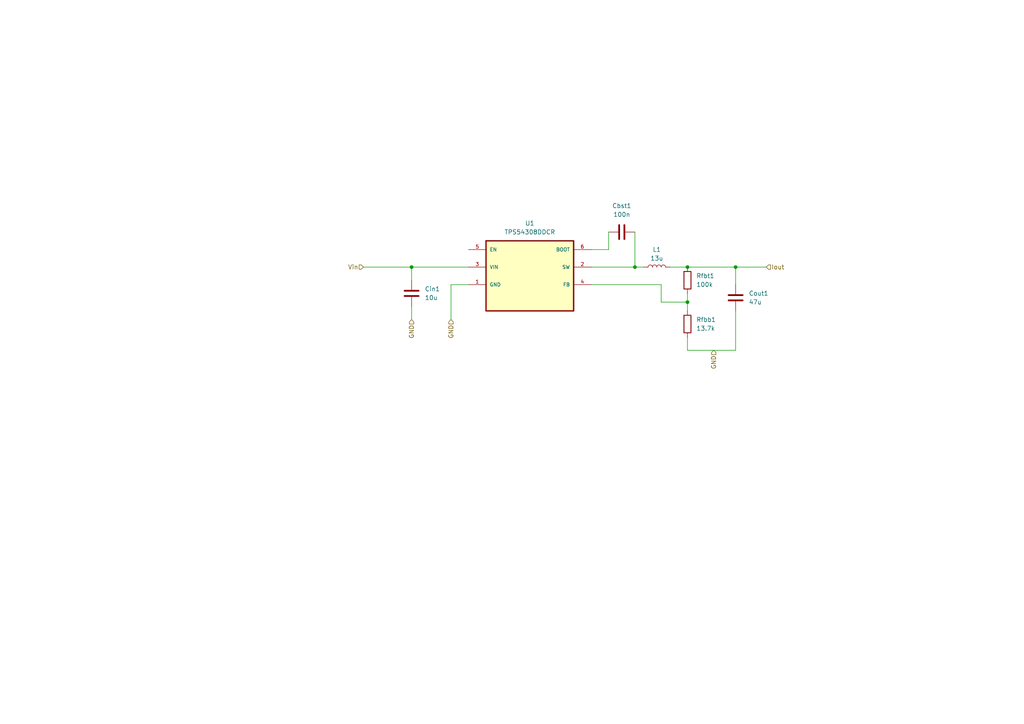
<source format=kicad_sch>
(kicad_sch (version 20250114) (generator "eeschema") (generator_version "9.0")
  (paper "A4")
  (lib_symbols
    (symbol "Device:C" (pin_numbers (hide yes)) (pin_names (offset 0.254))
      (property "Reference" "C" (at 0.635 2.54 0))
      (property "Value" "C" (at 0.635 -2.54 0))
      (symbol "C_0_1"
        (polyline (pts (xy -2.032 0.762) (xy 2.032 0.762)) (stroke (width 0.508)))
        (polyline (pts (xy -2.032 -0.762) (xy 2.032 -0.762)) (stroke (width 0.508)))
      )
      (symbol "C_1_1"
        (pin passive line (at 0 3.81 270) (length 2.794) (name "~") (number "1"))
        (pin passive line (at 0 -3.81 90) (length 2.794) (name "~") (number "2"))
      )
    )
    (symbol "Device:L" (pin_numbers (hide yes)) (pin_names (offset 1.016) (hide yes))
      (property "Reference" "L" (at -1.27 0 90))
      (property "Value" "L" (at 1.905 0 90))
      (symbol "L_0_1"
        (arc (start 0 2.54) (mid 0.6323 1.905) (end 0 1.27))
        (arc (start 0 1.27) (mid 0.6323 0.635) (end 0 0))
        (arc (start 0 0) (mid 0.6323 -0.635) (end 0 -1.27))
        (arc (start 0 -1.27) (mid 0.6323 -1.905) (end 0 -2.54))
      )
      (symbol "L_1_1"
        (pin passive line (at 0 3.81 270) (length 1.27) (name "1") (number "1"))
        (pin passive line (at 0 -3.81 90) (length 1.27) (name "2") (number "2"))
      )
    )
    (symbol "Device:R" (pin_numbers (hide yes)) (pin_names (offset 0))
      (property "Reference" "R" (at 2.032 0 90))
      (property "Value" "R" (at 0 0 90))
      (symbol "R_0_1"
        (rectangle (start -1.016 -2.54) (end 1.016 2.54) (stroke (width 0.254)))
      )
      (symbol "R_1_1"
        (pin passive line (at 0 3.81 270) (length 1.27) (name "~") (number "1"))
        (pin passive line (at 0 -3.81 90) (length 1.27) (name "~") (number "2"))
      )
    )
    (symbol "TPS54308DDCR:TPS54308DDCR" (pin_names (offset 1.016))
      (property "Reference" "U1" (at 0 15.24 0))
      (property "Value" "TPS54308DDCR" (at 0 12.7 0))
      (symbol "TPS54308DDCR_0_0"
        (rectangle (start -12.7 -10.16) (end 12.7 10.16) (stroke (width 0.41)) (fill (type background)))
        (pin input line (at -17.78 7.62 0) (length 5.08) (name "EN") (number "5"))
        (pin input line (at -17.78 2.54 0) (length 5.08) (name "VIN") (number "3"))
        (pin power_in line (at -17.78 -2.54 0) (length 5.08) (name "GND") (number "1"))
        (pin output line (at 17.78 7.62 180) (length 5.08) (name "BOOT") (number "6"))
        (pin output line (at 17.78 2.54 180) (length 5.08) (name "SW") (number "2"))
        (pin input line (at 17.78 -2.54 180) (length 5.08) (name "FB") (number "4"))
      )
    )
  )
  (junction (at 213.36 77.47))
  (junction (at 199.39 77.47))
  (junction (at 199.39 87.63))
  (junction (at 119.38 77.47))
  (junction (at 184.15 77.47))
  (wire (pts (xy 213.36 101.6) (xy 213.36 90.17)))
  (wire (pts (xy 184.15 77.47) (xy 186.69 77.47)))
  (wire (pts (xy 105.41 77.47) (xy 119.38 77.47)))
  (wire (pts (xy 199.39 85.09) (xy 199.39 87.63)))
  (wire (pts (xy 171.45 72.39) (xy 176.53 72.39)))
  (wire (pts (xy 213.36 77.47) (xy 199.39 77.47)))
  (wire (pts (xy 199.39 87.63) (xy 199.39 90.17)))
  (wire (pts (xy 199.39 101.6) (xy 213.36 101.6)))
  (wire (pts (xy 191.77 82.55) (xy 191.77 87.63)))
  (wire (pts (xy 119.38 81.28) (xy 119.38 77.47)))
  (wire (pts (xy 184.15 67.31) (xy 184.15 77.47)))
  (wire (pts (xy 130.81 82.55) (xy 135.89 82.55)))
  (wire (pts (xy 119.38 88.9) (xy 119.38 92.71)))
  (wire (pts (xy 176.53 72.39) (xy 176.53 67.31)))
  (wire (pts (xy 171.45 77.47) (xy 184.15 77.47)))
  (wire (pts (xy 213.36 82.55) (xy 213.36 77.47)))
  (wire (pts (xy 213.36 77.47) (xy 222.25 77.47)))
  (wire (pts (xy 171.45 82.55) (xy 191.77 82.55)))
  (wire (pts (xy 119.38 77.47) (xy 135.89 77.47)))
  (wire (pts (xy 191.77 87.63) (xy 199.39 87.63)))
  (wire (pts (xy 194.31 77.47) (xy 199.39 77.47)))
  (wire (pts (xy 199.39 97.79) (xy 199.39 101.6)))
  (wire (pts (xy 130.81 82.55) (xy 130.81 92.71)))
  (hierarchical_label "Vin" (shape input) (at 105.41 77.47 180))
  (hierarchical_label "Iout" (shape input) (at 222.25 77.47 0))
  (hierarchical_label "GND" (shape input) (at 207.01 101.6 270))
  (hierarchical_label "GND" (shape input) (at 119.38 92.71 270))
  (hierarchical_label "GND" (shape input) (at 130.81 92.71 270))
  (symbol (lib_id "Device:C") (at 180.34 67.31 90) (unit 1)
    (property "Reference" "Cbst1" (at 180.34 59.69 90))
    (property "Value" "100n" (at 180.34 62.23 90))
    (property "Footprint" "Capacitor_SMD:C_0402_1005Metric" (effects (hide yes)))
    (property "Description" "Unpolarized capacitor" (effects (hide yes)))
  )
  (symbol (lib_id "Device:R") (at 199.39 93.98 0) (unit 1)
    (property "Reference" "Rfbb1" (at 201.93 92.7099 0) (effects (justify left)))
    (property "Value" "13.7k" (at 201.93 95.2499 0) (effects (justify left)))
    (property "Footprint" "Resistor_SMD:R_0402_1005Metric_Pad0.72x0.64mm_HandSolder" (effects (hide yes)))
    (property "Description" "Resistor" (effects (hide yes)))
  )
  (symbol (lib_id "Device:C") (at 119.38 85.09 0) (unit 1)
    (property "Reference" "Cin1" (at 123.19 83.8199 0) (effects (justify left)))
    (property "Value" "10u" (at 123.19 86.3599 0) (effects (justify left)))
    (property "Footprint" "Capacitor_SMD:C_1206_3216Metric" (effects (hide yes)))
    (property "Description" "Unpolarized capacitor" (effects (hide yes)))
  )
  (symbol (lib_id "TPS54308DDCR:TPS54308DDCR") (at 153.67 80.01 0) (unit 1)
    (property "Reference" "U1" (at 153.67 64.77 0))
    (property "Value" "TPS54308DDCR" (at 153.67 67.31 0))
    (property "Footprint" "Package_TO_SOT_SMD:SOT-23-6" (effects (hide yes)))
  )
  (symbol (lib_id "Device:C") (at 213.36 86.36 0) (unit 1)
    (property "Reference" "Cout1" (at 217.17 85.0899 0) (effects (justify left)))
    (property "Value" "47u" (at 217.17 87.6299 0) (effects (justify left)))
    (property "Footprint" "Capacitor_SMD:C_0805_2012Metric" (effects (hide yes)))
    (property "Description" "Unpolarized capacitor" (effects (hide yes)))
  )
  (symbol (lib_id "Device:R") (at 199.39 81.28 0) (unit 1)
    (property "Reference" "Rfbt1" (at 201.93 80.0099 0) (effects (justify left)))
    (property "Value" "100k" (at 201.93 82.5499 0) (effects (justify left)))
    (property "Footprint" "Resistor_SMD:R_0402_1005Metric_Pad0.72x0.64mm_HandSolder" (effects (hide yes)))
    (property "Description" "Resistor" (effects (hide yes)))
  )
  (symbol (lib_id "Device:L") (at 190.5 77.47 90) (unit 1)
    (property "Reference" "L1" (at 190.5 72.39 90))
    (property "Value" "13u" (at 190.5 74.93 90))
    (property "Footprint" "Inductor_SMD:L_Wuerth_WE-PDF" (effects (hide yes)))
    (property "Description" "Inductor" (effects (hide yes)))
  )
)
</source>
